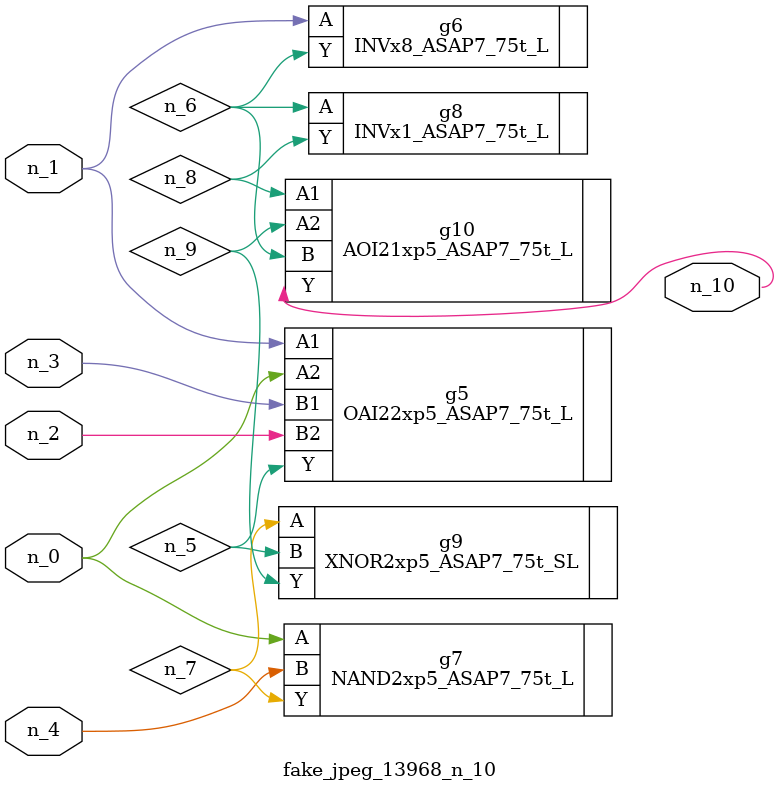
<source format=v>
module fake_jpeg_13968_n_10 (n_3, n_2, n_1, n_0, n_4, n_10);

input n_3;
input n_2;
input n_1;
input n_0;
input n_4;

output n_10;

wire n_8;
wire n_9;
wire n_6;
wire n_5;
wire n_7;

OAI22xp5_ASAP7_75t_L g5 ( 
.A1(n_1),
.A2(n_0),
.B1(n_3),
.B2(n_2),
.Y(n_5)
);

INVx8_ASAP7_75t_L g6 ( 
.A(n_1),
.Y(n_6)
);

NAND2xp5_ASAP7_75t_L g7 ( 
.A(n_0),
.B(n_4),
.Y(n_7)
);

INVx1_ASAP7_75t_L g8 ( 
.A(n_6),
.Y(n_8)
);

AOI21xp5_ASAP7_75t_L g10 ( 
.A1(n_8),
.A2(n_9),
.B(n_6),
.Y(n_10)
);

XNOR2xp5_ASAP7_75t_SL g9 ( 
.A(n_7),
.B(n_5),
.Y(n_9)
);


endmodule
</source>
